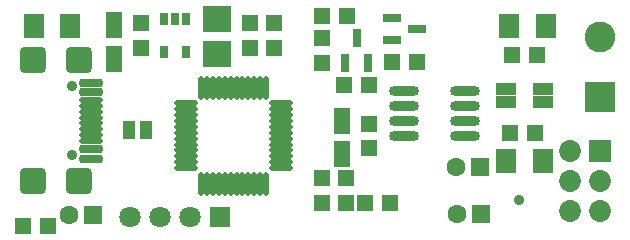
<source format=gbr>
G04*
G04 #@! TF.GenerationSoftware,Altium Limited,Altium Designer,24.2.2 (26)*
G04*
G04 Layer_Color=8388736*
%FSLAX44Y44*%
%MOMM*%
G71*
G04*
G04 #@! TF.SameCoordinates,200C4C84-4450-49E8-9A81-A87B66CA8C1A*
G04*
G04*
G04 #@! TF.FilePolarity,Negative*
G04*
G01*
G75*
%ADD35R,1.4032X1.4032*%
%ADD36O,0.5032X2.0032*%
%ADD37O,2.0032X0.5032*%
%ADD38R,1.4032X1.4032*%
%ADD39R,0.8032X1.1032*%
%ADD40R,1.4032X2.2032*%
%ADD41R,1.7032X2.1032*%
%ADD42R,1.0532X0.5032*%
%ADD43R,1.7032X1.0032*%
G04:AMPARAMS|DCode=44|XSize=0.75mm|YSize=1.95mm|CornerRadius=0.225mm|HoleSize=0mm|Usage=FLASHONLY|Rotation=270.000|XOffset=0mm|YOffset=0mm|HoleType=Round|Shape=RoundedRectangle|*
%AMROUNDEDRECTD44*
21,1,0.7500,1.5000,0,0,270.0*
21,1,0.3000,1.9500,0,0,270.0*
1,1,0.4500,-0.7500,-0.1500*
1,1,0.4500,-0.7500,0.1500*
1,1,0.4500,0.7500,0.1500*
1,1,0.4500,0.7500,-0.1500*
%
%ADD44ROUNDEDRECTD44*%
G04:AMPARAMS|DCode=45|XSize=0.45mm|YSize=1.95mm|CornerRadius=0.15mm|HoleSize=0mm|Usage=FLASHONLY|Rotation=270.000|XOffset=0mm|YOffset=0mm|HoleType=Round|Shape=RoundedRectangle|*
%AMROUNDEDRECTD45*
21,1,0.4500,1.6500,0,0,270.0*
21,1,0.1500,1.9500,0,0,270.0*
1,1,0.3000,-0.8250,-0.0750*
1,1,0.3000,-0.8250,0.0750*
1,1,0.3000,0.8250,0.0750*
1,1,0.3000,0.8250,-0.0750*
%
%ADD45ROUNDEDRECTD45*%
G04:AMPARAMS|DCode=46|XSize=2.2032mm|YSize=2.2032mm|CornerRadius=0.4016mm|HoleSize=0mm|Usage=FLASHONLY|Rotation=270.000|XOffset=0mm|YOffset=0mm|HoleType=Round|Shape=RoundedRectangle|*
%AMROUNDEDRECTD46*
21,1,2.2032,1.4000,0,0,270.0*
21,1,1.4000,2.2032,0,0,270.0*
1,1,0.8032,-0.7000,-0.7000*
1,1,0.8032,-0.7000,0.7000*
1,1,0.8032,0.7000,0.7000*
1,1,0.8032,0.7000,-0.7000*
%
%ADD46ROUNDEDRECTD46*%
%ADD47O,2.5032X0.9032*%
%ADD48R,2.4032X2.2032*%
%ADD49R,1.5032X0.8032*%
%ADD50R,0.8032X1.5032*%
%ADD51C,0.9032*%
%ADD52C,1.8532*%
%ADD53R,1.8532X1.8532*%
%ADD54R,1.6002X1.6002*%
%ADD55C,1.6002*%
%ADD56C,2.6032*%
%ADD57R,2.6032X2.6032*%
%ADD58C,1.8032*%
%ADD59R,1.8032X1.8032*%
D35*
X331674Y29210D02*
D03*
X310674D02*
D03*
X42368Y9906D02*
D03*
X21368D02*
D03*
X314030Y129540D02*
D03*
X293030D02*
D03*
X433746Y88900D02*
D03*
X454746D02*
D03*
X435270Y154686D02*
D03*
X456270D02*
D03*
X274320Y187960D02*
D03*
X295320D02*
D03*
X354924Y148590D02*
D03*
X333924D02*
D03*
D36*
X181890Y45860D02*
D03*
X211890D02*
D03*
X226890Y126860D02*
D03*
X221890D02*
D03*
X216890D02*
D03*
X211890D02*
D03*
X206890D02*
D03*
X201890D02*
D03*
X196890D02*
D03*
X191890D02*
D03*
X186890D02*
D03*
X181890D02*
D03*
X176890D02*
D03*
X171890D02*
D03*
Y45860D02*
D03*
X176890D02*
D03*
X186890D02*
D03*
X191890D02*
D03*
X196890D02*
D03*
X201890D02*
D03*
X206890D02*
D03*
X216890D02*
D03*
X221890D02*
D03*
X226890D02*
D03*
D37*
X239890Y93860D02*
D03*
Y58860D02*
D03*
Y63860D02*
D03*
Y68860D02*
D03*
Y73860D02*
D03*
Y78860D02*
D03*
Y83860D02*
D03*
Y88860D02*
D03*
Y98860D02*
D03*
Y103860D02*
D03*
Y108860D02*
D03*
Y113860D02*
D03*
X158890D02*
D03*
Y108860D02*
D03*
Y103860D02*
D03*
Y98860D02*
D03*
Y93860D02*
D03*
Y88860D02*
D03*
Y83860D02*
D03*
Y78860D02*
D03*
Y73860D02*
D03*
Y68860D02*
D03*
Y63860D02*
D03*
Y58860D02*
D03*
D38*
X294386Y29260D02*
D03*
X233680Y160696D02*
D03*
Y181696D02*
D03*
X274320Y168910D02*
D03*
Y147910D02*
D03*
X274066Y29260D02*
D03*
Y50260D02*
D03*
X294386D02*
D03*
X313690Y75606D02*
D03*
Y96606D02*
D03*
X120650Y181716D02*
D03*
Y160716D02*
D03*
X213360Y160696D02*
D03*
Y181696D02*
D03*
D39*
X159360Y185450D02*
D03*
X140360Y185450D02*
D03*
X149860Y185450D02*
D03*
X159360Y157450D02*
D03*
X140360Y157450D02*
D03*
D40*
X290830Y99090D02*
D03*
X290830Y71090D02*
D03*
X97790Y151696D02*
D03*
Y179696D02*
D03*
D41*
X463810Y179070D02*
D03*
X432810D02*
D03*
X461270Y64770D02*
D03*
X430270D02*
D03*
X61220Y179070D02*
D03*
X30220D02*
D03*
D42*
X125110Y91440D02*
D03*
Y96440D02*
D03*
Y86440D02*
D03*
X111110Y96440D02*
D03*
Y86440D02*
D03*
Y91440D02*
D03*
D43*
X461270Y114927D02*
D03*
X430270Y125927D02*
D03*
X461270D02*
D03*
X430270Y114927D02*
D03*
D44*
X78708Y75010D02*
D03*
Y123260D02*
D03*
Y131260D02*
D03*
Y67010D02*
D03*
D45*
Y81668D02*
D03*
Y86677D02*
D03*
Y91686D02*
D03*
Y96695D02*
D03*
Y101705D02*
D03*
Y106714D02*
D03*
Y111723D02*
D03*
Y116732D02*
D03*
D46*
X68210Y150260D02*
D03*
X68210Y48260D02*
D03*
X29210Y150260D02*
D03*
Y48260D02*
D03*
D47*
X395070Y86360D02*
D03*
Y99060D02*
D03*
Y111760D02*
D03*
Y124460D02*
D03*
X344070Y86360D02*
D03*
Y99060D02*
D03*
Y111760D02*
D03*
Y124460D02*
D03*
D48*
X185420Y155180D02*
D03*
Y185180D02*
D03*
D49*
X354670Y176530D02*
D03*
X333670Y167030D02*
D03*
X333670Y186030D02*
D03*
D50*
X303530Y169250D02*
D03*
X313030Y148250D02*
D03*
X294030Y148250D02*
D03*
D51*
X63010Y70360D02*
D03*
X63010Y128160D02*
D03*
X440944Y31750D02*
D03*
D52*
X509910Y48260D02*
D03*
X484510Y22860D02*
D03*
Y48260D02*
D03*
Y73660D02*
D03*
X509910Y22860D02*
D03*
D53*
Y73660D02*
D03*
D54*
X407670Y59690D02*
D03*
X80010Y19050D02*
D03*
X408940Y20320D02*
D03*
D55*
X387350Y59690D02*
D03*
X59690Y19050D02*
D03*
X388620Y20320D02*
D03*
D56*
X509270Y170180D02*
D03*
D57*
Y119380D02*
D03*
D58*
X162560Y17526D02*
D03*
X137160D02*
D03*
X111760D02*
D03*
D59*
X187960D02*
D03*
M02*

</source>
